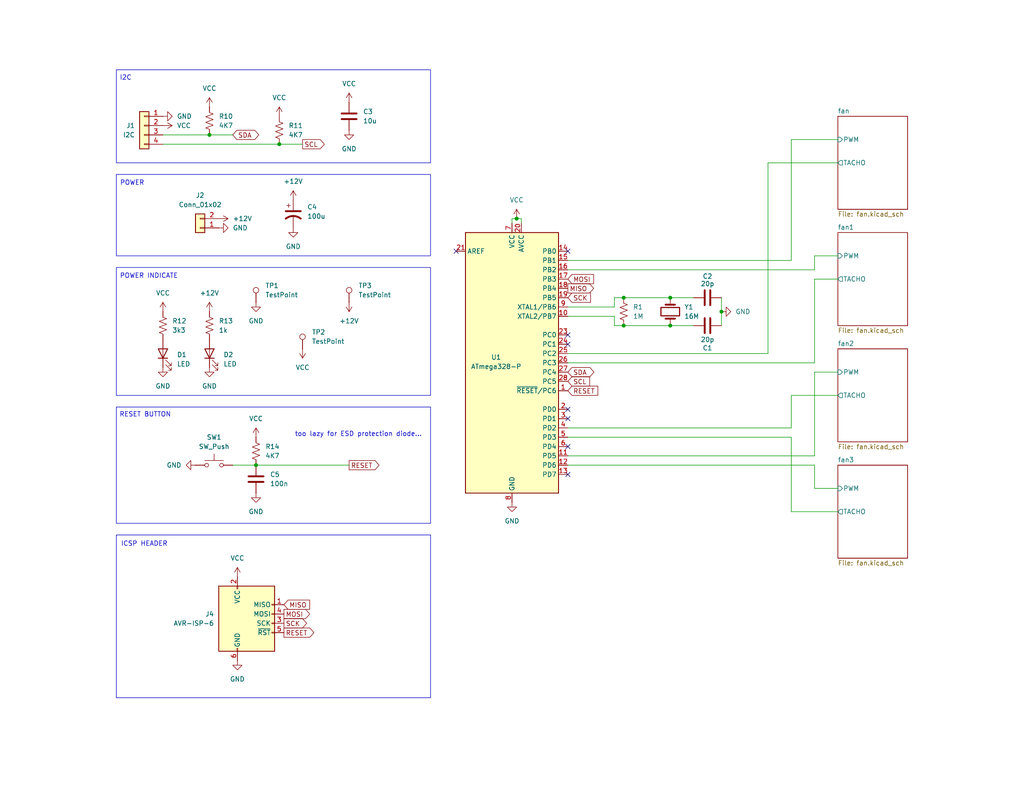
<source format=kicad_sch>
(kicad_sch (version 20231120) (generator "eeschema") (generator_version "8.0")
  (paper "USLetter")
  (title_block (title "Multifan I2C Controller") (date "2024-05-09") (rev "A") (company "University of Wisconsin-Madison") (comment 1 "Department of Chemistry") (comment 2 "Blaise Thompson") (comment 3 "blaise.thompson@wisc.edu"))
  (lib_symbols
    (symbol "Connector:AVR-ISP-6" (pin_names (offset 1.016))
      (property "Reference" "J" (at -6.35 11.43 0))
      (property "Value" "AVR-ISP-6" (at 0 11.43 0))
      (symbol "AVR-ISP-6_0_1"
        (rectangle (start -2.667 -6.858) (end -2.413 -7.62))
        (rectangle (start -2.667 10.16) (end -2.413 9.398))
        (rectangle (start 7.62 -2.413) (end 6.858 -2.667))
        (rectangle (start 7.62 0.127) (end 6.858 -0.127))
        (rectangle (start 7.62 2.667) (end 6.858 2.413))
        (rectangle (start 7.62 5.207) (end 6.858 4.953))
        (rectangle (start 7.62 10.16) (end -7.62 -7.62) (stroke (width 0.254)) (fill (type background)))
      )
      (symbol "AVR-ISP-6_1_1"
        (pin passive line (at 10.16 5.08 180) (length 2.54) (name "MISO") (number "1"))
        (pin passive line (at -2.54 12.7 270) (length 2.54) (name "VCC") (number "2"))
        (pin passive line (at 10.16 0 180) (length 2.54) (name "SCK") (number "3"))
        (pin passive line (at 10.16 2.54 180) (length 2.54) (name "MOSI") (number "4"))
        (pin passive line (at 10.16 -2.54 180) (length 2.54) (name "~{RST}") (number "5"))
        (pin passive line (at -2.54 -10.16 90) (length 2.54) (name "GND") (number "6"))
      )
    )
    (symbol "Connector:TestPoint" (pin_numbers hide) (pin_names (offset 0.762) hide)
      (property "Reference" "TP" (at 0 6.858 0))
      (property "Value" "TestPoint" (at 0 5.08 0))
      (symbol "TestPoint_0_1"
        (circle (center 0 3.302) (radius 0.762))
      )
      (symbol "TestPoint_1_1"
        (pin passive line (at 0 0 90) (length 2.54) (name "1") (number "1"))
      )
    )
    (symbol "Connector_Generic:Conn_01x02" (pin_names (offset 1.016) hide)
      (property "Reference" "J" (at 0 2.54 0))
      (property "Value" "Conn_01x02" (at 0 -5.08 0))
      (symbol "Conn_01x02_1_1"
        (rectangle (start -1.27 -2.413) (end 0 -2.667) (stroke (width 0.1524)))
        (rectangle (start -1.27 0.127) (end 0 -0.127) (stroke (width 0.1524)))
        (rectangle (start -1.27 1.27) (end 1.27 -3.81) (stroke (width 0.254)) (fill (type background)))
        (pin passive line (at -5.08 0 0) (length 3.81) (name "Pin_1") (number "1"))
        (pin passive line (at -5.08 -2.54 0) (length 3.81) (name "Pin_2") (number "2"))
      )
    )
    (symbol "Connector_Generic:Conn_01x04" (pin_names (offset 1.016) hide)
      (property "Reference" "J" (at 0 5.08 0))
      (property "Value" "Conn_01x04" (at 0 -7.62 0))
      (symbol "Conn_01x04_1_1"
        (rectangle (start -1.27 -4.953) (end 0 -5.207) (stroke (width 0.1524)))
        (rectangle (start -1.27 -2.413) (end 0 -2.667) (stroke (width 0.1524)))
        (rectangle (start -1.27 0.127) (end 0 -0.127) (stroke (width 0.1524)))
        (rectangle (start -1.27 2.667) (end 0 2.413) (stroke (width 0.1524)))
        (rectangle (start -1.27 3.81) (end 1.27 -6.35) (stroke (width 0.254)) (fill (type background)))
        (pin passive line (at -5.08 2.54 0) (length 3.81) (name "Pin_1") (number "1"))
        (pin passive line (at -5.08 0 0) (length 3.81) (name "Pin_2") (number "2"))
        (pin passive line (at -5.08 -2.54 0) (length 3.81) (name "Pin_3") (number "3"))
        (pin passive line (at -5.08 -5.08 0) (length 3.81) (name "Pin_4") (number "4"))
      )
    )
    (symbol "Device:C" (pin_numbers hide) (pin_names (offset 0.254))
      (property "Reference" "C" (at 0.635 2.54 0))
      (property "Value" "C" (at 0.635 -2.54 0))
      (symbol "C_0_1"
        (polyline (pts (xy -2.032 -0.762) (xy 2.032 -0.762)) (stroke (width 0.508)))
        (polyline (pts (xy -2.032 0.762) (xy 2.032 0.762)) (stroke (width 0.508)))
      )
      (symbol "C_1_1"
        (pin passive line (at 0 3.81 270) (length 2.794) (name "~") (number "1"))
        (pin passive line (at 0 -3.81 90) (length 2.794) (name "~") (number "2"))
      )
    )
    (symbol "Device:C_Polarized_US" (pin_numbers hide) (pin_names (offset 0.254) hide)
      (property "Reference" "C" (at 0.635 2.54 0))
      (property "Value" "C_Polarized_US" (at 0.635 -2.54 0))
      (symbol "C_Polarized_US_0_1"
        (polyline (pts (xy -2.032 0.762) (xy 2.032 0.762)) (stroke (width 0.508)))
        (polyline (pts (xy -1.778 2.286) (xy -0.762 2.286)))
        (polyline (pts (xy -1.27 1.778) (xy -1.27 2.794)))
        (arc (start 2.032 -1.27) (mid 0 -0.5572) (end -2.032 -1.27) (stroke (width 0.508)))
      )
      (symbol "C_Polarized_US_1_1"
        (pin passive line (at 0 3.81 270) (length 2.794) (name "~") (number "1"))
        (pin passive line (at 0 -3.81 90) (length 3.302) (name "~") (number "2"))
      )
    )
    (symbol "Device:Crystal" (pin_numbers hide) (pin_names (offset 1.016) hide)
      (property "Reference" "Y" (at 0 3.81 0))
      (property "Value" "Crystal" (at 0 -3.81 0))
      (symbol "Crystal_0_1"
        (rectangle (start -1.143 2.54) (end 1.143 -2.54) (stroke (width 0.3048)))
        (polyline (pts (xy -2.54 0) (xy -1.905 0)))
        (polyline (pts (xy -1.905 -1.27) (xy -1.905 1.27)) (stroke (width 0.508)))
        (polyline (pts (xy 1.905 -1.27) (xy 1.905 1.27)) (stroke (width 0.508)))
        (polyline (pts (xy 2.54 0) (xy 1.905 0)))
      )
      (symbol "Crystal_1_1"
        (pin passive line (at -3.81 0 0) (length 1.27) (name "1") (number "1"))
        (pin passive line (at 3.81 0 180) (length 1.27) (name "2") (number "2"))
      )
    )
    (symbol "Device:LED" (pin_numbers hide) (pin_names (offset 1.016) hide)
      (property "Reference" "D" (at 0 2.54 0))
      (property "Value" "LED" (at 0 -2.54 0))
      (symbol "LED_0_1"
        (polyline (pts (xy -1.27 -1.27) (xy -1.27 1.27)) (stroke (width 0.254)))
        (polyline (pts (xy -1.27 0) (xy 1.27 0)))
        (polyline (pts (xy 1.27 -1.27) (xy 1.27 1.27) (xy -1.27 0) (xy 1.27 -1.27)) (stroke (width 0.254)))
        (polyline (pts (xy -3.048 -0.762) (xy -4.572 -2.286) (xy -3.81 -2.286) (xy -4.572 -2.286) (xy -4.572 -1.524)))
        (polyline (pts (xy -1.778 -0.762) (xy -3.302 -2.286) (xy -2.54 -2.286) (xy -3.302 -2.286) (xy -3.302 -1.524)))
      )
      (symbol "LED_1_1"
        (pin passive line (at -3.81 0 0) (length 2.54) (name "K") (number "1"))
        (pin passive line (at 3.81 0 180) (length 2.54) (name "A") (number "2"))
      )
    )
    (symbol "Device:R_US" (pin_numbers hide) (pin_names (offset 0))
      (property "Reference" "R" (at 2.54 0 90))
      (property "Value" "R_US" (at -2.54 0 90))
      (symbol "R_US_0_1"
        (polyline (pts (xy 0 -2.286) (xy 0 -2.54)))
        (polyline (pts (xy 0 2.286) (xy 0 2.54)))
        (polyline (pts (xy 0 -0.762) (xy 1.016 -1.143) (xy 0 -1.524) (xy -1.016 -1.905) (xy 0 -2.286)))
        (polyline (pts (xy 0 0.762) (xy 1.016 0.381) (xy 0 0) (xy -1.016 -0.381) (xy 0 -0.762)))
        (polyline (pts (xy 0 2.286) (xy 1.016 1.905) (xy 0 1.524) (xy -1.016 1.143) (xy 0 0.762)))
      )
      (symbol "R_US_1_1"
        (pin passive line (at 0 3.81 270) (length 1.27) (name "~") (number "1"))
        (pin passive line (at 0 -3.81 90) (length 1.27) (name "~") (number "2"))
      )
    )
    (symbol "MCU_Microchip_ATmega:ATmega328-P"
      (property "Reference" "U" (at -12.7 36.83 0))
      (property "Value" "ATmega328-P" (at 2.54 -36.83 0))
      (symbol "ATmega328-P_0_1"
        (rectangle (start -12.7 -35.56) (end 12.7 35.56) (stroke (width 0.254)) (fill (type background)))
      )
      (symbol "ATmega328-P_1_1"
        (pin bidirectional line (at 15.24 -7.62 180) (length 2.54) (name "~{RESET}/PC6") (number "1"))
        (pin bidirectional line (at 15.24 12.7 180) (length 2.54) (name "XTAL2/PB7") (number "10"))
        (pin bidirectional line (at 15.24 -25.4 180) (length 2.54) (name "PD5") (number "11"))
        (pin bidirectional line (at 15.24 -27.94 180) (length 2.54) (name "PD6") (number "12"))
        (pin bidirectional line (at 15.24 -30.48 180) (length 2.54) (name "PD7") (number "13"))
        (pin bidirectional line (at 15.24 30.48 180) (length 2.54) (name "PB0") (number "14"))
        (pin bidirectional line (at 15.24 27.94 180) (length 2.54) (name "PB1") (number "15"))
        (pin bidirectional line (at 15.24 25.4 180) (length 2.54) (name "PB2") (number "16"))
        (pin bidirectional line (at 15.24 22.86 180) (length 2.54) (name "PB3") (number "17"))
        (pin bidirectional line (at 15.24 20.32 180) (length 2.54) (name "PB4") (number "18"))
        (pin bidirectional line (at 15.24 17.78 180) (length 2.54) (name "PB5") (number "19"))
        (pin bidirectional line (at 15.24 -12.7 180) (length 2.54) (name "PD0") (number "2"))
        (pin power_in line (at 2.54 38.1 270) (length 2.54) (name "AVCC") (number "20"))
        (pin passive line (at -15.24 30.48 0) (length 2.54) (name "AREF") (number "21"))
        (pin passive line (at 0 -38.1 90) (length 2.54) hide (name "GND") (number "22"))
        (pin bidirectional line (at 15.24 7.62 180) (length 2.54) (name "PC0") (number "23"))
        (pin bidirectional line (at 15.24 5.08 180) (length 2.54) (name "PC1") (number "24"))
        (pin bidirectional line (at 15.24 2.54 180) (length 2.54) (name "PC2") (number "25"))
        (pin bidirectional line (at 15.24 0 180) (length 2.54) (name "PC3") (number "26"))
        (pin bidirectional line (at 15.24 -2.54 180) (length 2.54) (name "PC4") (number "27"))
        (pin bidirectional line (at 15.24 -5.08 180) (length 2.54) (name "PC5") (number "28"))
        (pin bidirectional line (at 15.24 -15.24 180) (length 2.54) (name "PD1") (number "3"))
        (pin bidirectional line (at 15.24 -17.78 180) (length 2.54) (name "PD2") (number "4"))
        (pin bidirectional line (at 15.24 -20.32 180) (length 2.54) (name "PD3") (number "5"))
        (pin bidirectional line (at 15.24 -22.86 180) (length 2.54) (name "PD4") (number "6"))
        (pin power_in line (at 0 38.1 270) (length 2.54) (name "VCC") (number "7"))
        (pin power_in line (at 0 -38.1 90) (length 2.54) (name "GND") (number "8"))
        (pin bidirectional line (at 15.24 15.24 180) (length 2.54) (name "XTAL1/PB6") (number "9"))
      )
    )
    (symbol "Switch:SW_Push" (pin_numbers hide) (pin_names (offset 1.016) hide)
      (property "Reference" "SW" (at 1.27 2.54 0))
      (property "Value" "SW_Push" (at 0 -1.524 0))
      (symbol "SW_Push_0_1"
        (circle (center -2.032 0) (radius 0.508))
        (polyline (pts (xy 0 1.27) (xy 0 3.048)))
        (polyline (pts (xy 2.54 1.27) (xy -2.54 1.27)))
        (circle (center 2.032 0) (radius 0.508))
        (pin passive line (at -5.08 0 0) (length 2.54) (name "1") (number "1"))
        (pin passive line (at 5.08 0 180) (length 2.54) (name "2") (number "2"))
      )
    )
    (symbol "power:+12V" (power) (pin_numbers hide) (pin_names (offset 0) hide)
      (property "Value" "+12V" (at 0 3.556 0))
      (symbol "+12V_0_1"
        (polyline (pts (xy -0.762 1.27) (xy 0 2.54)))
        (polyline (pts (xy 0 0) (xy 0 2.54)))
        (polyline (pts (xy 0 2.54) (xy 0.762 1.27)))
      )
      (symbol "+12V_1_1"
        (pin power_in line (at 0 0 90) (length 0) (name "~") (number "1"))
      )
    )
    (symbol "power:GND" (power) (pin_numbers hide) (pin_names (offset 0) hide)
      (property "Value" "GND" (at 0 -3.81 0))
      (symbol "GND_0_1"
        (polyline (pts (xy 0 0) (xy 0 -1.27) (xy 1.27 -1.27) (xy 0 -2.54) (xy -1.27 -1.27) (xy 0 -1.27)))
      )
      (symbol "GND_1_1"
        (pin power_in line (at 0 0 270) (length 0) (name "~") (number "1"))
      )
    )
    (symbol "power:VCC" (power) (pin_numbers hide) (pin_names (offset 0) hide)
      (property "Value" "VCC" (at 0 3.556 0))
      (symbol "VCC_0_1"
        (polyline (pts (xy -0.762 1.27) (xy 0 2.54)))
        (polyline (pts (xy 0 0) (xy 0 2.54)))
        (polyline (pts (xy 0 2.54) (xy 0.762 1.27)))
      )
      (symbol "VCC_1_1"
        (pin power_in line (at 0 0 90) (length 0) (name "~") (number "1"))
      )
    )
  )
  (junction (at 196.85 85.09))
  (junction (at 76.2 39.37))
  (junction (at 57.15 36.83))
  (junction (at 140.97 59.69))
  (junction (at 69.85 127))
  (junction (at 182.88 81.28))
  (junction (at 170.18 81.28))
  (junction (at 170.18 88.9))
  (junction (at 182.88 88.9))
  (no_connect (at 154.94 129.54))
  (no_connect (at 154.94 121.92))
  (no_connect (at 154.94 93.98))
  (no_connect (at 154.94 114.3))
  (no_connect (at 154.94 91.44))
  (no_connect (at 154.94 68.58))
  (no_connect (at 154.94 111.76))
  (no_connect (at 124.46 68.58))
  (wire (pts (xy 154.94 119.38) (xy 215.9 119.38)))
  (wire (pts (xy 209.55 96.52) (xy 209.55 44.45)))
  (wire (pts (xy 154.94 73.66) (xy 222.25 73.66)))
  (wire (pts (xy 215.9 139.7) (xy 228.6 139.7)))
  (wire (pts (xy 154.94 71.12) (xy 215.9 71.12)))
  (wire (pts (xy 140.97 59.69) (xy 139.7 59.69)))
  (wire (pts (xy 154.94 86.36) (xy 167.64 86.36)))
  (wire (pts (xy 222.25 99.06) (xy 222.25 76.2)))
  (wire (pts (xy 142.24 59.69) (xy 140.97 59.69)))
  (wire (pts (xy 222.25 73.66) (xy 222.25 69.85)))
  (wire (pts (xy 209.55 44.45) (xy 228.6 44.45)))
  (wire (pts (xy 222.25 76.2) (xy 228.6 76.2)))
  (wire (pts (xy 167.64 81.28) (xy 170.18 81.28)))
  (wire (pts (xy 154.94 116.84) (xy 215.9 116.84)))
  (wire (pts (xy 215.9 107.95) (xy 228.6 107.95)))
  (wire (pts (xy 222.25 133.35) (xy 228.6 133.35)))
  (wire (pts (xy 76.2 39.37) (xy 82.55 39.37)))
  (wire (pts (xy 215.9 71.12) (xy 215.9 38.1)))
  (wire (pts (xy 154.94 99.06) (xy 222.25 99.06)))
  (wire (pts (xy 170.18 88.9) (xy 182.88 88.9)))
  (wire (pts (xy 215.9 38.1) (xy 228.6 38.1)))
  (wire (pts (xy 182.88 88.9) (xy 189.23 88.9)))
  (wire (pts (xy 222.25 127) (xy 222.25 133.35)))
  (wire (pts (xy 63.5 127) (xy 69.85 127)))
  (wire (pts (xy 69.85 127) (xy 95.25 127)))
  (wire (pts (xy 167.64 83.82) (xy 167.64 81.28)))
  (wire (pts (xy 44.45 36.83) (xy 57.15 36.83)))
  (wire (pts (xy 182.88 81.28) (xy 189.23 81.28)))
  (wire (pts (xy 196.85 85.09) (xy 196.85 88.9)))
  (wire (pts (xy 44.45 39.37) (xy 76.2 39.37)))
  (wire (pts (xy 139.7 59.69) (xy 139.7 60.96)))
  (wire (pts (xy 154.94 83.82) (xy 167.64 83.82)))
  (wire (pts (xy 222.25 124.46) (xy 222.25 101.6)))
  (wire (pts (xy 170.18 81.28) (xy 182.88 81.28)))
  (wire (pts (xy 57.15 36.83) (xy 63.5 36.83)))
  (wire (pts (xy 154.94 127) (xy 222.25 127)))
  (wire (pts (xy 196.85 81.28) (xy 196.85 85.09)))
  (wire (pts (xy 167.64 88.9) (xy 170.18 88.9)))
  (wire (pts (xy 215.9 119.38) (xy 215.9 139.7)))
  (wire (pts (xy 215.9 116.84) (xy 215.9 107.95)))
  (wire (pts (xy 167.64 86.36) (xy 167.64 88.9)))
  (wire (pts (xy 222.25 69.85) (xy 228.6 69.85)))
  (wire (pts (xy 142.24 60.96) (xy 142.24 59.69)))
  (wire (pts (xy 154.94 124.46) (xy 222.25 124.46)))
  (wire (pts (xy 154.94 96.52) (xy 209.55 96.52)))
  (wire (pts (xy 222.25 101.6) (xy 228.6 101.6)))
  (rectangle (start 31.75 111.125) (end 117.475 142.875))
  (rectangle (start 31.75 146.05) (end 117.475 190.5))
  (rectangle (start 31.75 73.025) (end 117.475 107.95))
  (rectangle (start 31.75 19.05) (end 117.475 44.45))
  (rectangle (start 31.75 47.625) (end 117.475 69.85))
  (text "POWER INDICATE" (at 40.64 75.438 0) (effects (font (size 1.27 1.27))))
  (text "RESET BUTTON" (at 39.624 113.284 0) (effects (font (size 1.27 1.27))))
  (text "POWER" (at 36.068 50.038 0) (effects (font (size 1.27 1.27))))
  (text "I2C" (at 34.29 21.336 0) (effects (font (size 1.27 1.27))))
  (text "too lazy for ESD protection diode..." (at 97.79 118.618 0) (effects (font (size 1.27 1.27))))
  (text "ICSP HEADER" (at 39.37 148.59 0) (effects (font (size 1.27 1.27))))
  (global_label "RESET" (shape input) (at 154.94 106.68 0) (property "Intersheetrefs" "${INTERSHEET_REFS}" (effects (hide yes))))
  (global_label "MOSI" (shape input) (at 154.94 76.2 0) (property "Intersheetrefs" "${INTERSHEET_REFS}" (effects (hide yes))))
  (global_label "MOSI" (shape output) (at 77.47 167.64 0) (property "Intersheetrefs" "${INTERSHEET_REFS}" (effects (hide yes))))
  (global_label "SCL" (shape output) (at 82.55 39.37 0) (property "Intersheetrefs" "${INTERSHEET_REFS}" (effects (hide yes))))
  (global_label "SCL" (shape input) (at 154.94 104.14 0) (property "Intersheetrefs" "${INTERSHEET_REFS}" (effects (hide yes))))
  (global_label "RESET" (shape output) (at 95.25 127 0) (property "Intersheetrefs" "${INTERSHEET_REFS}" (effects (hide yes))))
  (global_label "MISO" (shape input) (at 77.47 165.1 0) (property "Intersheetrefs" "${INTERSHEET_REFS}" (effects (hide yes))))
  (global_label "MISO" (shape output) (at 154.94 78.74 0) (property "Intersheetrefs" "${INTERSHEET_REFS}" (effects (hide yes))))
  (global_label "SDA" (shape bidirectional) (at 63.5 36.83 0) (property "Intersheetrefs" "${INTERSHEET_REFS}" (effects (hide yes))))
  (global_label "SCK" (shape input) (at 154.94 81.28 0) (property "Intersheetrefs" "${INTERSHEET_REFS}" (effects (hide yes))))
  (global_label "SDA" (shape bidirectional) (at 154.94 101.6 0) (property "Intersheetrefs" "${INTERSHEET_REFS}" (effects (hide yes))))
  (global_label "RESET" (shape output) (at 77.47 172.72 0) (property "Intersheetrefs" "${INTERSHEET_REFS}" (effects (hide yes))))
  (global_label "SCK" (shape output) (at 77.47 170.18 0) (property "Intersheetrefs" "${INTERSHEET_REFS}" (effects (hide yes))))
  (symbol (lib_id "Connector:TestPoint") (at 95.25 82.55 0) (unit 1)
    (property "Reference" "TP3" (at 97.79 77.9779 0) (effects (justify left)))
    (property "Value" "TestPoint" (at 97.79 80.5179 0) (effects (justify left)))
    (property "Footprint" "TestPoint:TestPoint_Loop_D2.60mm_Drill1.6mm_Beaded" (effects (hide yes)))
    (property "Description" "test point" (effects (hide yes)))
  )
  (symbol (lib_id "power:+12V") (at 59.69 59.69 270) (unit 1)
    (property "Reference" "#PWR035" (effects (hide yes)))
    (property "Value" "+12V" (at 63.5 59.6899 90) (effects (justify left)))
    (property "Description" "Power symbol creates a global label with name \"+12V\"" (effects (hide yes)))
  )
  (symbol (lib_id "Connector:AVR-ISP-6") (at 67.31 170.18 0) (unit 1)
    (property "Reference" "J4" (at 58.42 167.6399 0) (effects (justify right)))
    (property "Value" "AVR-ISP-6" (at 58.42 170.1799 0) (effects (justify right)))
    (property "Footprint" "Connector_PinHeader_2.54mm:PinHeader_2x03_P2.54mm_Vertical" (effects (hide yes)))
    (property "Datasheet" " ~" (effects (hide yes)))
    (property "Description" "Atmel 6-pin ISP connector" (effects (hide yes)))
  )
  (symbol (lib_id "power:GND") (at 57.15 100.33 0) (unit 1)
    (property "Reference" "#PWR041" (effects (hide yes)))
    (property "Value" "GND" (at 57.15 105.41 0))
    (property "Description" "Power symbol creates a global label with name \"GND\" , ground" (effects (hide yes)))
  )
  (symbol (lib_id "Device:R_US") (at 57.15 88.9 0) (unit 1)
    (property "Reference" "R13" (at 59.69 87.6299 0) (effects (justify left)))
    (property "Value" "1k" (at 59.69 90.1699 0) (effects (justify left)))
    (property "Footprint" "Resistor_SMD:R_1206_3216Metric" (effects (hide yes)))
    (property "Description" "Resistor, US symbol" (effects (hide yes)))
  )
  (symbol (lib_id "Device:R_US") (at 44.45 88.9 0) (unit 1)
    (property "Reference" "R12" (at 46.99 87.6299 0) (effects (justify left)))
    (property "Value" "3k3" (at 46.99 90.1699 0) (effects (justify left)))
    (property "Footprint" "Resistor_SMD:R_1206_3216Metric" (effects (hide yes)))
    (property "Description" "Resistor, US symbol" (effects (hide yes)))
  )
  (symbol (lib_id "power:+12V") (at 95.25 82.55 180) (unit 1)
    (property "Reference" "#PWR044" (effects (hide yes)))
    (property "Value" "+12V" (at 95.25 87.63 0))
    (property "Description" "Power symbol creates a global label with name \"+12V\"" (effects (hide yes)))
  )
  (symbol (lib_id "Connector:TestPoint") (at 69.85 82.55 0) (unit 1)
    (property "Reference" "TP1" (at 72.39 77.9779 0) (effects (justify left)))
    (property "Value" "TestPoint" (at 72.39 80.5179 0) (effects (justify left)))
    (property "Footprint" "TestPoint:TestPoint_Loop_D2.60mm_Drill1.6mm_Beaded" (effects (hide yes)))
    (property "Description" "test point" (effects (hide yes)))
  )
  (symbol (lib_id "power:+12V") (at 57.15 85.09 0) (unit 1)
    (property "Reference" "#PWR040" (effects (hide yes)))
    (property "Value" "+12V" (at 57.15 80.01 0))
    (property "Description" "Power symbol creates a global label with name \"+12V\"" (effects (hide yes)))
  )
  (symbol (lib_id "Connector:TestPoint") (at 82.55 95.25 0) (unit 1)
    (property "Reference" "TP2" (at 85.09 90.6779 0) (effects (justify left)))
    (property "Value" "TestPoint" (at 85.09 93.2179 0) (effects (justify left)))
    (property "Footprint" "TestPoint:TestPoint_Loop_D2.60mm_Drill1.6mm_Beaded" (effects (hide yes)))
    (property "Description" "test point" (effects (hide yes)))
  )
  (symbol (lib_id "Device:R_US") (at 69.85 123.19 0) (unit 1)
    (property "Reference" "R14" (at 72.39 121.9199 0) (effects (justify left)))
    (property "Value" "4K7" (at 72.39 124.4599 0) (effects (justify left)))
    (property "Footprint" "Resistor_SMD:R_1206_3216Metric" (effects (hide yes)))
    (property "Description" "Resistor, US symbol" (effects (hide yes)))
  )
  (symbol (lib_id "Device:C") (at 193.04 81.28 90) (unit 1)
    (property "Reference" "C2" (at 193.04 75.438 90))
    (property "Value" "20p" (at 193.04 77.47 90))
    (property "Footprint" "Capacitor_SMD:C_1206_3216Metric_Pad1.33x1.80mm_HandSolder" (effects (hide yes)))
    (property "Description" "Unpolarized capacitor" (effects (hide yes)))
  )
  (symbol (lib_id "Device:C") (at 193.04 88.9 270) (mirror x) (unit 1)
    (property "Reference" "C1" (at 193.04 94.996 90))
    (property "Value" "20p" (at 193.04 92.71 90))
    (property "Footprint" "Capacitor_SMD:C_1206_3216Metric_Pad1.33x1.80mm_HandSolder" (effects (hide yes)))
    (property "Description" "Unpolarized capacitor" (effects (hide yes)))
  )
  (symbol (lib_id "Device:R_US") (at 170.18 85.09 0) (unit 1)
    (property "Reference" "R1" (at 172.72 83.8199 0) (effects (justify left)))
    (property "Value" "1M" (at 172.72 86.3599 0) (effects (justify left)))
    (property "Footprint" "Resistor_SMD:R_1206_3216Metric" (effects (hide yes)))
    (property "Description" "Resistor, US symbol" (effects (hide yes)))
  )
  (symbol (lib_id "Device:R_US") (at 57.15 33.02 0) (unit 1)
    (property "Reference" "R10" (at 59.69 31.7499 0) (effects (justify left)))
    (property "Value" "4K7" (at 59.69 34.2899 0) (effects (justify left)))
    (property "Footprint" "Resistor_SMD:R_1206_3216Metric" (effects (hide yes)))
    (property "Description" "Resistor, US symbol" (effects (hide yes)))
  )
  (symbol (lib_id "power:VCC") (at 95.25 27.94 0) (unit 1)
    (property "Reference" "#PWR033" (effects (hide yes)))
    (property "Value" "VCC" (at 95.25 22.86 0))
    (property "Description" "Power symbol creates a global label with name \"VCC\"" (effects (hide yes)))
  )
  (symbol (lib_id "power:VCC") (at 44.45 85.09 0) (unit 1)
    (property "Reference" "#PWR038" (effects (hide yes)))
    (property "Value" "VCC" (at 44.45 80.01 0))
    (property "Description" "Power symbol creates a global label with name \"VCC\"" (effects (hide yes)))
  )
  (symbol (lib_id "MCU_Microchip_ATmega:ATmega328-P") (at 139.7 99.06 0) (unit 1)
    (property "Reference" "U1" (at 135.382 97.536 0))
    (property "Value" "ATmega328-P" (at 135.382 100.076 0))
    (property "Footprint" "Package_DIP:DIP-28_W7.62mm" (effects (hide yes)))
    (property "Datasheet" "http://ww1.microchip.com/downloads/en/DeviceDoc/ATmega328_P%20AVR%20MCU%20with%20picoPower%20Technology%20Data%20Sheet%2040001984A.pdf" (effects (hide yes)))
    (property "Description" "20MHz, 32kB Flash, 2kB SRAM, 1kB EEPROM, DIP-28" (effects (hide yes)))
  )
  (symbol (lib_id "power:VCC") (at 76.2 31.75 0) (unit 1)
    (property "Reference" "#PWR031" (effects (hide yes)))
    (property "Value" "VCC" (at 76.2 26.67 0))
    (property "Description" "Power symbol creates a global label with name \"VCC\"" (effects (hide yes)))
  )
  (symbol (lib_id "power:GND") (at 59.69 62.23 90) (unit 1)
    (property "Reference" "#PWR034" (effects (hide yes)))
    (property "Value" "GND" (at 63.5 62.2299 90) (effects (justify right)))
    (property "Description" "Power symbol creates a global label with name \"GND\" , ground" (effects (hide yes)))
  )
  (symbol (lib_id "power:GND") (at 80.01 62.23 0) (unit 1)
    (property "Reference" "#PWR036" (effects (hide yes)))
    (property "Value" "GND" (at 80.01 67.31 0))
    (property "Description" "Power symbol creates a global label with name \"GND\" , ground" (effects (hide yes)))
  )
  (symbol (lib_id "power:GND") (at 69.85 134.62 0) (unit 1)
    (property "Reference" "#PWR047" (effects (hide yes)))
    (property "Value" "GND" (at 69.85 139.7 0))
    (property "Description" "Power symbol creates a global label with name \"GND\" , ground" (effects (hide yes)))
  )
  (symbol (lib_id "power:GND") (at 64.77 180.34 0) (unit 1)
    (property "Reference" "#PWR049" (effects (hide yes)))
    (property "Value" "GND" (at 64.77 185.42 0))
    (property "Description" "Power symbol creates a global label with name \"GND\" , ground" (effects (hide yes)))
  )
  (symbol (lib_id "Switch:SW_Push") (at 58.42 127 0) (unit 1)
    (property "Reference" "SW1" (at 58.42 119.38 0))
    (property "Value" "SW_Push" (at 58.42 121.92 0))
    (property "Footprint" "Button_Switch_SMD:SW_Push_1P1T_NO_6x6mm_H9.5mm" (effects (hide yes)))
    (property "Description" "Push button switch, generic, two pins" (effects (hide yes)))
  )
  (symbol (lib_id "Device:R_US") (at 76.2 35.56 0) (unit 1)
    (property "Reference" "R11" (at 78.74 34.2899 0) (effects (justify left)))
    (property "Value" "4K7" (at 78.74 36.8299 0) (effects (justify left)))
    (property "Footprint" "Resistor_SMD:R_1206_3216Metric" (effects (hide yes)))
    (property "Description" "Resistor, US symbol" (effects (hide yes)))
  )
  (symbol (lib_id "power:GND") (at 44.45 100.33 0) (unit 1)
    (property "Reference" "#PWR039" (effects (hide yes)))
    (property "Value" "GND" (at 44.45 105.41 0))
    (property "Description" "Power symbol creates a global label with name \"GND\" , ground" (effects (hide yes)))
  )
  (symbol (lib_id "power:+12V") (at 80.01 54.61 0) (unit 1)
    (property "Reference" "#PWR037" (effects (hide yes)))
    (property "Value" "+12V" (at 80.01 49.53 0))
    (property "Description" "Power symbol creates a global label with name \"+12V\"" (effects (hide yes)))
  )
  (symbol (lib_id "Device:C") (at 69.85 130.81 0) (unit 1)
    (property "Reference" "C5" (at 73.66 129.5399 0) (effects (justify left)))
    (property "Value" "100n" (at 73.66 132.0799 0) (effects (justify left)))
    (property "Footprint" "Capacitor_SMD:C_1206_3216Metric_Pad1.33x1.80mm_HandSolder" (effects (hide yes)))
    (property "Description" "Unpolarized capacitor" (effects (hide yes)))
  )
  (symbol (lib_id "power:GND") (at 139.7 137.16 0) (unit 1)
    (property "Reference" "#PWR027" (effects (hide yes)))
    (property "Value" "GND" (at 139.7 142.24 0))
    (property "Description" "Power symbol creates a global label with name \"GND\" , ground" (effects (hide yes)))
  )
  (symbol (lib_id "power:VCC") (at 69.85 119.38 0) (unit 1)
    (property "Reference" "#PWR046" (effects (hide yes)))
    (property "Value" "VCC" (at 69.85 114.3 0))
    (property "Description" "Power symbol creates a global label with name \"VCC\"" (effects (hide yes)))
  )
  (symbol (lib_id "Device:LED") (at 57.15 96.52 90) (unit 1)
    (property "Reference" "D2" (at 60.96 96.8374 90) (effects (justify right)))
    (property "Value" "LED" (at 60.96 99.3774 90) (effects (justify right)))
    (property "Footprint" "LED_SMD:LED_1206_3216Metric_Pad1.42x1.75mm_HandSolder" (effects (hide yes)))
    (property "Description" "Light emitting diode" (effects (hide yes)))
  )
  (symbol (lib_id "Connector_Generic:Conn_01x02") (at 54.61 62.23 180) (unit 1)
    (property "Reference" "J2" (at 54.61 53.34 0))
    (property "Value" "Conn_01x02" (at 54.61 55.88 0))
    (property "Footprint" "Connector_Molex:Molex_KK-254_AE-6410-02A_1x02_P2.54mm_Vertical" (effects (hide yes)))
    (property "Description" "Generic connector, single row, 01x02, script generated (kicad-library-utils/schlib/autogen/connector/)" (effects (hide yes)))
  )
  (symbol (lib_id "power:VCC") (at 64.77 157.48 0) (unit 1)
    (property "Reference" "#PWR048" (effects (hide yes)))
    (property "Value" "VCC" (at 64.77 152.4 0))
    (property "Description" "Power symbol creates a global label with name \"VCC\"" (effects (hide yes)))
  )
  (symbol (lib_id "power:GND") (at 95.25 35.56 0) (unit 1)
    (property "Reference" "#PWR032" (effects (hide yes)))
    (property "Value" "GND" (at 95.25 40.64 0))
    (property "Description" "Power symbol creates a global label with name \"GND\" , ground" (effects (hide yes)))
  )
  (symbol (lib_id "Device:C_Polarized_US") (at 80.01 58.42 0) (unit 1)
    (property "Reference" "C4" (at 83.82 56.5149 0) (effects (justify left)))
    (property "Value" "100u" (at 83.82 59.0549 0) (effects (justify left)))
    (property "Footprint" "Capacitor_THT:CP_Radial_D7.5mm_P2.50mm" (effects (hide yes)))
    (property "Description" "Polarized capacitor, US symbol" (effects (hide yes)))
  )
  (symbol (lib_id "power:VCC") (at 57.15 29.21 0) (unit 1)
    (property "Reference" "#PWR030" (effects (hide yes)))
    (property "Value" "VCC" (at 57.15 24.13 0))
    (property "Description" "Power symbol creates a global label with name \"VCC\"" (effects (hide yes)))
  )
  (symbol (lib_id "power:GND") (at 44.45 31.75 90) (unit 1)
    (property "Reference" "#PWR028" (effects (hide yes)))
    (property "Value" "GND" (at 48.26 31.7499 90) (effects (justify right)))
    (property "Description" "Power symbol creates a global label with name \"GND\" , ground" (effects (hide yes)))
  )
  (symbol (lib_id "Connector_Generic:Conn_01x04") (at 39.37 34.29 0) (mirror y) (unit 1)
    (property "Reference" "J1" (at 36.83 34.2899 0) (effects (justify left)))
    (property "Value" "I2C" (at 36.83 36.8299 0) (effects (justify left)))
    (property "Footprint" "Connector_Molex:Molex_KK-254_AE-6410-04A_1x04_P2.54mm_Vertical" (effects (hide yes)))
    (property "Description" "Generic connector, single row, 01x04, script generated (kicad-library-utils/schlib/autogen/connector/)" (effects (hide yes)))
  )
  (symbol (lib_id "Device:C") (at 95.25 31.75 0) (unit 1)
    (property "Reference" "C3" (at 99.06 30.4799 0) (effects (justify left)))
    (property "Value" "10u" (at 99.06 33.0199 0) (effects (justify left)))
    (property "Footprint" "Capacitor_SMD:C_1206_3216Metric_Pad1.33x1.80mm_HandSolder" (effects (hide yes)))
    (property "Description" "Unpolarized capacitor" (effects (hide yes)))
  )
  (symbol (lib_id "Device:LED") (at 44.45 96.52 90) (unit 1)
    (property "Reference" "D1" (at 48.26 96.8374 90) (effects (justify right)))
    (property "Value" "LED" (at 48.26 99.3774 90) (effects (justify right)))
    (property "Footprint" "LED_SMD:LED_1206_3216Metric_Pad1.42x1.75mm_HandSolder" (effects (hide yes)))
    (property "Description" "Light emitting diode" (effects (hide yes)))
  )
  (symbol (lib_id "power:GND") (at 196.85 85.09 90) (unit 1)
    (property "Reference" "#PWR07" (effects (hide yes)))
    (property "Value" "GND" (at 200.66 85.0899 90) (effects (justify right)))
    (property "Description" "Power symbol creates a global label with name \"GND\" , ground" (effects (hide yes)))
  )
  (symbol (lib_id "power:VCC") (at 82.55 95.25 180) (unit 1)
    (property "Reference" "#PWR043" (effects (hide yes)))
    (property "Value" "VCC" (at 82.55 100.33 0))
    (property "Description" "Power symbol creates a global label with name \"VCC\"" (effects (hide yes)))
  )
  (symbol (lib_id "Device:Crystal") (at 182.88 85.09 90) (unit 1)
    (property "Reference" "Y1" (at 186.69 83.8199 90) (effects (justify right)))
    (property "Value" "16M" (at 186.69 86.3599 90) (effects (justify right)))
    (property "Footprint" "Crystal:Crystal_HC49-U_Vertical" (effects (hide yes)))
    (property "Description" "Two pin crystal" (effects (hide yes)))
  )
  (symbol (lib_id "power:GND") (at 69.85 82.55 0) (unit 1)
    (property "Reference" "#PWR042" (effects (hide yes)))
    (property "Value" "GND" (at 69.85 87.63 0))
    (property "Description" "Power symbol creates a global label with name \"GND\" , ground" (effects (hide yes)))
  )
  (symbol (lib_id "power:VCC") (at 44.45 34.29 270) (unit 1)
    (property "Reference" "#PWR029" (effects (hide yes)))
    (property "Value" "VCC" (at 48.26 34.2899 90) (effects (justify left)))
    (property "Description" "Power symbol creates a global label with name \"VCC\"" (effects (hide yes)))
  )
  (symbol (lib_id "power:GND") (at 53.34 127 270) (unit 1)
    (property "Reference" "#PWR045" (effects (hide yes)))
    (property "Value" "GND" (at 49.53 126.9999 90) (effects (justify right)))
    (property "Description" "Power symbol creates a global label with name \"GND\" , ground" (effects (hide yes)))
  )
  (symbol (lib_id "power:VCC") (at 140.97 59.69 0) (unit 1)
    (property "Reference" "#PWR026" (effects (hide yes)))
    (property "Value" "VCC" (at 140.97 54.61 0))
    (property "Description" "Power symbol creates a global label with name \"VCC\"" (effects (hide yes)))
  )
  (sheet (at 228.6 31.75) (size 19.05 25.4) (stroke (width 0.1524))
    (property "Sheetname" "fan" (at 228.6 31.0384 0) (effects (justify left bottom)))
    (property "Sheetfile" "fan.kicad_sch" (at 228.6 57.7346 0) (effects (justify left top)))
    (pin "TACHO" output (at 228.6 44.45 180))
    (pin "PWM" input (at 228.6 38.1 180))
  )
  (sheet (at 228.6 127) (size 19.05 25.4) (stroke (width 0.1524))
    (property "Sheetname" "fan3" (at 228.6 126.2884 0) (effects (justify left bottom)))
    (property "Sheetfile" "fan.kicad_sch" (at 228.6 152.9846 0) (effects (justify left top)))
    (pin "TACHO" output (at 228.6 139.7 180))
    (pin "PWM" input (at 228.6 133.35 180))
  )
  (sheet (at 228.6 63.5) (size 19.05 25.4) (stroke (width 0.1524))
    (property "Sheetname" "fan1" (at 228.6 62.7884 0) (effects (justify left bottom)))
    (property "Sheetfile" "fan.kicad_sch" (at 228.6 89.4846 0) (effects (justify left top)))
    (pin "TACHO" output (at 228.6 76.2 180))
    (pin "PWM" input (at 228.6 69.85 180))
  )
  (sheet (at 228.6 95.25) (size 19.05 25.4) (stroke (width 0.1524))
    (property "Sheetname" "fan2" (at 228.6 94.5384 0) (effects (justify left bottom)))
    (property "Sheetfile" "fan.kicad_sch" (at 228.6 121.2346 0) (effects (justify left top)))
    (pin "TACHO" output (at 228.6 107.95 180))
    (pin "PWM" input (at 228.6 101.6 180))
  )
)
</source>
